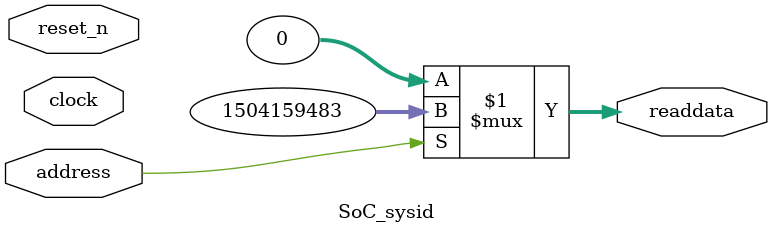
<source format=v>

`timescale 1ns / 1ps
// synthesis translate_on

// turn off superfluous verilog processor warnings 
// altera message_level Level1 
// altera message_off 10034 10035 10036 10037 10230 10240 10030 

module SoC_sysid (
               // inputs:
                address,
                clock,
                reset_n,

               // outputs:
                readdata
             )
;

  output  [ 31: 0] readdata;
  input            address;
  input            clock;
  input            reset_n;

  wire    [ 31: 0] readdata;
  //control_slave, which is an e_avalon_slave
  assign readdata = address ? 1504159483 : 0;

endmodule




</source>
